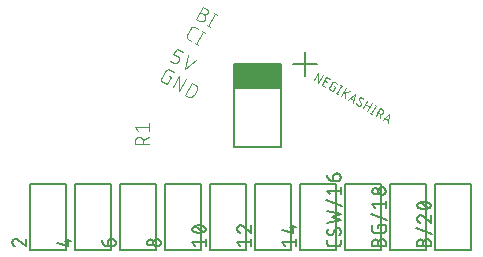
<source format=gto>
G04 EAGLE Gerber RS-274X export*
G75*
%MOMM*%
%FSLAX34Y34*%
%LPD*%
%INTop Silkscreen*%
%IPPOS*%
%AMOC8*
5,1,8,0,0,1.08239X$1,22.5*%
G01*
%ADD10C,0.076200*%
%ADD11C,0.152400*%
%ADD12C,0.127000*%
%ADD13C,0.101600*%
%ADD14R,4.000000X2.000000*%


D10*
X251115Y130982D02*
X254798Y137361D01*
X254659Y128936D01*
X258342Y135315D01*
X257886Y127073D02*
X260721Y125436D01*
X257886Y127073D02*
X261569Y133452D01*
X264404Y131815D01*
X262058Y129389D02*
X259932Y130617D01*
X267890Y126022D02*
X268953Y125408D01*
X266907Y121864D01*
X264780Y123092D01*
X264714Y123133D01*
X264649Y123177D01*
X264587Y123223D01*
X264527Y123273D01*
X264469Y123325D01*
X264414Y123380D01*
X264362Y123438D01*
X264312Y123498D01*
X264266Y123560D01*
X264222Y123625D01*
X264181Y123692D01*
X264144Y123760D01*
X264110Y123830D01*
X264079Y123902D01*
X264052Y123975D01*
X264028Y124049D01*
X264008Y124124D01*
X263992Y124200D01*
X263979Y124277D01*
X263969Y124354D01*
X263964Y124432D01*
X263962Y124510D01*
X263964Y124588D01*
X263969Y124666D01*
X263979Y124743D01*
X263992Y124820D01*
X264008Y124896D01*
X264028Y124971D01*
X264052Y125045D01*
X264079Y125118D01*
X264110Y125190D01*
X264144Y125260D01*
X264181Y125329D01*
X264181Y125328D02*
X266227Y128872D01*
X266227Y128873D02*
X266268Y128939D01*
X266312Y129004D01*
X266358Y129066D01*
X266408Y129126D01*
X266460Y129184D01*
X266515Y129239D01*
X266573Y129291D01*
X266633Y129341D01*
X266695Y129387D01*
X266760Y129431D01*
X266827Y129472D01*
X266895Y129509D01*
X266965Y129543D01*
X267037Y129574D01*
X267110Y129601D01*
X267184Y129625D01*
X267259Y129645D01*
X267335Y129661D01*
X267412Y129674D01*
X267489Y129684D01*
X267567Y129689D01*
X267645Y129691D01*
X267723Y129689D01*
X267801Y129684D01*
X267878Y129674D01*
X267955Y129661D01*
X268031Y129645D01*
X268106Y129625D01*
X268180Y129601D01*
X268253Y129574D01*
X268325Y129543D01*
X268395Y129509D01*
X268464Y129472D01*
X268463Y129471D02*
X270590Y128244D01*
X274097Y126219D02*
X270414Y119839D01*
X271123Y119430D02*
X269705Y120249D01*
X273388Y126628D02*
X274806Y125809D01*
X277706Y124135D02*
X274023Y117756D01*
X275455Y120236D02*
X281250Y122089D01*
X277691Y120836D02*
X277567Y115710D01*
X279691Y114483D02*
X285500Y119635D01*
X283944Y112028D01*
X284333Y113930D02*
X281143Y115771D01*
X288295Y109515D02*
X288366Y109477D01*
X288438Y109442D01*
X288512Y109411D01*
X288588Y109383D01*
X288664Y109359D01*
X288742Y109339D01*
X288821Y109322D01*
X288900Y109310D01*
X288980Y109301D01*
X289060Y109297D01*
X289141Y109296D01*
X289221Y109300D01*
X289301Y109307D01*
X289381Y109318D01*
X289460Y109333D01*
X289538Y109352D01*
X289615Y109374D01*
X289691Y109401D01*
X289765Y109431D01*
X289838Y109465D01*
X289909Y109502D01*
X289978Y109543D01*
X290046Y109587D01*
X290111Y109634D01*
X290173Y109685D01*
X290233Y109738D01*
X290290Y109795D01*
X290345Y109854D01*
X290396Y109915D01*
X290445Y109979D01*
X290490Y110046D01*
X290532Y110114D01*
X288295Y109515D02*
X288197Y109574D01*
X288102Y109635D01*
X288008Y109700D01*
X287917Y109768D01*
X287828Y109839D01*
X287741Y109913D01*
X287657Y109989D01*
X287575Y110068D01*
X287496Y110150D01*
X287420Y110235D01*
X287347Y110321D01*
X287276Y110411D01*
X287209Y110502D01*
X287144Y110596D01*
X287083Y110692D01*
X287024Y110789D01*
X286970Y110889D01*
X286918Y110990D01*
X286870Y111093D01*
X286825Y111198D01*
X286783Y111304D01*
X286745Y111411D01*
X286711Y111519D01*
X286680Y111629D01*
X289210Y115603D02*
X289252Y115671D01*
X289297Y115738D01*
X289346Y115802D01*
X289397Y115863D01*
X289452Y115922D01*
X289509Y115979D01*
X289569Y116032D01*
X289632Y116083D01*
X289696Y116130D01*
X289764Y116174D01*
X289833Y116215D01*
X289904Y116252D01*
X289977Y116286D01*
X290051Y116316D01*
X290127Y116343D01*
X290204Y116365D01*
X290282Y116384D01*
X290361Y116399D01*
X290441Y116410D01*
X290521Y116417D01*
X290601Y116421D01*
X290682Y116420D01*
X290762Y116416D01*
X290842Y116407D01*
X290921Y116395D01*
X291000Y116378D01*
X291077Y116358D01*
X291154Y116334D01*
X291230Y116306D01*
X291304Y116275D01*
X291376Y116240D01*
X291446Y116202D01*
X291447Y116202D02*
X291541Y116145D01*
X291633Y116085D01*
X291723Y116022D01*
X291811Y115956D01*
X291896Y115887D01*
X291978Y115814D01*
X292058Y115739D01*
X292135Y115661D01*
X292209Y115580D01*
X292281Y115497D01*
X292349Y115411D01*
X292414Y115323D01*
X292476Y115232D01*
X292535Y115139D01*
X292590Y115045D01*
X292642Y114948D01*
X292690Y114849D01*
X292735Y114749D01*
X289203Y113952D02*
X289166Y114022D01*
X289133Y114093D01*
X289102Y114165D01*
X289076Y114239D01*
X289052Y114314D01*
X289032Y114389D01*
X289016Y114466D01*
X289004Y114544D01*
X288995Y114622D01*
X288990Y114700D01*
X288988Y114778D01*
X288990Y114857D01*
X288996Y114935D01*
X289006Y115013D01*
X289019Y115090D01*
X289036Y115167D01*
X289056Y115243D01*
X289080Y115317D01*
X289108Y115391D01*
X289139Y115463D01*
X289173Y115534D01*
X289211Y115602D01*
X290540Y111765D02*
X290577Y111695D01*
X290610Y111625D01*
X290641Y111552D01*
X290667Y111478D01*
X290691Y111404D01*
X290711Y111328D01*
X290727Y111251D01*
X290739Y111173D01*
X290748Y111095D01*
X290753Y111017D01*
X290755Y110939D01*
X290753Y110860D01*
X290747Y110782D01*
X290737Y110704D01*
X290724Y110627D01*
X290707Y110550D01*
X290687Y110474D01*
X290663Y110400D01*
X290635Y110326D01*
X290604Y110254D01*
X290570Y110183D01*
X290532Y110115D01*
X290539Y111764D02*
X289203Y113953D01*
X296187Y113465D02*
X292504Y107086D01*
X294550Y110630D02*
X298094Y108583D01*
X299731Y111419D02*
X296048Y105039D01*
X299555Y103015D02*
X303238Y109394D01*
X298847Y103424D02*
X300264Y102605D01*
X303947Y108984D02*
X302530Y109803D01*
X306790Y107343D02*
X303107Y100964D01*
X306790Y107343D02*
X308562Y106320D01*
X308638Y106274D01*
X308713Y106224D01*
X308785Y106171D01*
X308854Y106115D01*
X308921Y106056D01*
X308986Y105995D01*
X309047Y105930D01*
X309106Y105863D01*
X309162Y105794D01*
X309215Y105722D01*
X309265Y105647D01*
X309311Y105571D01*
X309354Y105493D01*
X309393Y105413D01*
X309429Y105331D01*
X309462Y105248D01*
X309490Y105163D01*
X309515Y105078D01*
X309537Y104991D01*
X309554Y104903D01*
X309567Y104815D01*
X309577Y104726D01*
X309583Y104637D01*
X309585Y104548D01*
X309583Y104459D01*
X309577Y104370D01*
X309567Y104281D01*
X309554Y104193D01*
X309537Y104105D01*
X309515Y104018D01*
X309490Y103933D01*
X309462Y103848D01*
X309429Y103765D01*
X309393Y103683D01*
X309354Y103603D01*
X309311Y103525D01*
X309265Y103449D01*
X309215Y103374D01*
X309162Y103302D01*
X309106Y103233D01*
X309047Y103166D01*
X308986Y103101D01*
X308921Y103040D01*
X308854Y102981D01*
X308785Y102925D01*
X308713Y102872D01*
X308638Y102822D01*
X308562Y102776D01*
X308484Y102733D01*
X308404Y102694D01*
X308322Y102658D01*
X308239Y102625D01*
X308154Y102597D01*
X308069Y102572D01*
X307982Y102550D01*
X307894Y102533D01*
X307806Y102520D01*
X307717Y102510D01*
X307628Y102504D01*
X307539Y102502D01*
X307450Y102504D01*
X307361Y102510D01*
X307272Y102520D01*
X307184Y102533D01*
X307096Y102550D01*
X307009Y102572D01*
X306924Y102597D01*
X306839Y102625D01*
X306756Y102658D01*
X306674Y102694D01*
X306594Y102733D01*
X306516Y102776D01*
X304744Y103799D01*
X306870Y102571D02*
X306651Y98918D01*
X309043Y97537D02*
X314853Y102688D01*
X313296Y95081D01*
X313685Y96983D02*
X310496Y98824D01*
D11*
X40640Y43180D02*
X10160Y43180D01*
X10160Y-12700D01*
X40640Y-12700D01*
X40640Y43180D01*
D12*
X-1588Y-3175D02*
X-1692Y-3177D01*
X-1797Y-3183D01*
X-1901Y-3192D01*
X-2004Y-3205D01*
X-2107Y-3223D01*
X-2209Y-3243D01*
X-2311Y-3268D01*
X-2411Y-3296D01*
X-2511Y-3328D01*
X-2609Y-3364D01*
X-2706Y-3403D01*
X-2801Y-3445D01*
X-2895Y-3491D01*
X-2987Y-3541D01*
X-3077Y-3593D01*
X-3165Y-3649D01*
X-3251Y-3709D01*
X-3335Y-3771D01*
X-3416Y-3836D01*
X-3495Y-3904D01*
X-3572Y-3976D01*
X-3645Y-4049D01*
X-3717Y-4126D01*
X-3785Y-4205D01*
X-3850Y-4286D01*
X-3912Y-4370D01*
X-3972Y-4456D01*
X-4028Y-4544D01*
X-4080Y-4634D01*
X-4130Y-4726D01*
X-4176Y-4820D01*
X-4218Y-4915D01*
X-4257Y-5012D01*
X-4293Y-5110D01*
X-4325Y-5210D01*
X-4353Y-5310D01*
X-4378Y-5412D01*
X-4398Y-5514D01*
X-4416Y-5617D01*
X-4429Y-5720D01*
X-4438Y-5824D01*
X-4444Y-5929D01*
X-4446Y-6033D01*
X-4445Y-6033D02*
X-4443Y-6151D01*
X-4437Y-6270D01*
X-4428Y-6388D01*
X-4415Y-6505D01*
X-4397Y-6622D01*
X-4377Y-6739D01*
X-4352Y-6855D01*
X-4324Y-6970D01*
X-4291Y-7083D01*
X-4256Y-7196D01*
X-4216Y-7308D01*
X-4174Y-7418D01*
X-4127Y-7527D01*
X-4077Y-7635D01*
X-4024Y-7740D01*
X-3967Y-7844D01*
X-3907Y-7946D01*
X-3844Y-8046D01*
X-3777Y-8144D01*
X-3708Y-8240D01*
X-3635Y-8333D01*
X-3559Y-8424D01*
X-3481Y-8513D01*
X-3399Y-8599D01*
X-3315Y-8682D01*
X-3229Y-8763D01*
X-3139Y-8840D01*
X-3048Y-8915D01*
X-2954Y-8987D01*
X-2857Y-9056D01*
X-2759Y-9121D01*
X-2658Y-9184D01*
X-2555Y-9243D01*
X-2451Y-9299D01*
X-2345Y-9351D01*
X-2237Y-9400D01*
X-2128Y-9445D01*
X-2017Y-9487D01*
X-1905Y-9525D01*
X634Y-4127D02*
X559Y-4051D01*
X480Y-3976D01*
X399Y-3905D01*
X315Y-3836D01*
X229Y-3771D01*
X141Y-3709D01*
X51Y-3649D01*
X-41Y-3593D01*
X-136Y-3540D01*
X-232Y-3491D01*
X-330Y-3445D01*
X-429Y-3402D01*
X-530Y-3363D01*
X-632Y-3328D01*
X-735Y-3296D01*
X-839Y-3268D01*
X-944Y-3243D01*
X-1051Y-3222D01*
X-1157Y-3205D01*
X-1264Y-3192D01*
X-1372Y-3183D01*
X-1480Y-3177D01*
X-1588Y-3175D01*
X635Y-4128D02*
X6985Y-9525D01*
X6985Y-3175D01*
D11*
X48260Y43180D02*
X78740Y43180D01*
X48260Y43180D02*
X48260Y-12700D01*
X78740Y-12700D01*
X78740Y43180D01*
D12*
X42545Y-9525D02*
X33655Y-6985D01*
X42545Y-9525D02*
X42545Y-3175D01*
X40005Y-5080D02*
X45085Y-5080D01*
D11*
X86360Y43180D02*
X116840Y43180D01*
X86360Y43180D02*
X86360Y-12700D01*
X116840Y-12700D01*
X116840Y43180D01*
D12*
X76835Y-5715D02*
X76835Y-9525D01*
X76835Y-5715D02*
X76837Y-5615D01*
X76843Y-5516D01*
X76853Y-5416D01*
X76866Y-5318D01*
X76884Y-5219D01*
X76905Y-5122D01*
X76930Y-5026D01*
X76959Y-4930D01*
X76992Y-4836D01*
X77028Y-4743D01*
X77068Y-4652D01*
X77112Y-4562D01*
X77159Y-4474D01*
X77209Y-4388D01*
X77263Y-4304D01*
X77320Y-4222D01*
X77380Y-4143D01*
X77444Y-4065D01*
X77510Y-3991D01*
X77579Y-3919D01*
X77651Y-3850D01*
X77725Y-3784D01*
X77803Y-3720D01*
X77882Y-3660D01*
X77964Y-3603D01*
X78048Y-3549D01*
X78134Y-3499D01*
X78222Y-3452D01*
X78312Y-3408D01*
X78403Y-3368D01*
X78496Y-3332D01*
X78590Y-3299D01*
X78686Y-3270D01*
X78782Y-3245D01*
X78879Y-3224D01*
X78978Y-3206D01*
X79076Y-3193D01*
X79176Y-3183D01*
X79275Y-3177D01*
X79375Y-3175D01*
X80010Y-3175D01*
X80121Y-3177D01*
X80231Y-3183D01*
X80342Y-3192D01*
X80452Y-3206D01*
X80561Y-3223D01*
X80670Y-3244D01*
X80778Y-3269D01*
X80885Y-3298D01*
X80991Y-3330D01*
X81096Y-3366D01*
X81199Y-3406D01*
X81301Y-3449D01*
X81402Y-3496D01*
X81501Y-3547D01*
X81598Y-3600D01*
X81692Y-3657D01*
X81785Y-3718D01*
X81876Y-3781D01*
X81965Y-3848D01*
X82051Y-3918D01*
X82134Y-3991D01*
X82216Y-4066D01*
X82294Y-4144D01*
X82369Y-4226D01*
X82442Y-4309D01*
X82512Y-4395D01*
X82579Y-4484D01*
X82642Y-4575D01*
X82703Y-4668D01*
X82760Y-4763D01*
X82813Y-4859D01*
X82864Y-4958D01*
X82911Y-5059D01*
X82954Y-5161D01*
X82994Y-5264D01*
X83030Y-5369D01*
X83062Y-5475D01*
X83091Y-5582D01*
X83116Y-5690D01*
X83137Y-5799D01*
X83154Y-5908D01*
X83168Y-6018D01*
X83177Y-6129D01*
X83183Y-6239D01*
X83185Y-6350D01*
X83183Y-6461D01*
X83177Y-6571D01*
X83168Y-6682D01*
X83154Y-6792D01*
X83137Y-6901D01*
X83116Y-7010D01*
X83091Y-7118D01*
X83062Y-7225D01*
X83030Y-7331D01*
X82994Y-7436D01*
X82954Y-7539D01*
X82911Y-7641D01*
X82864Y-7742D01*
X82813Y-7841D01*
X82760Y-7938D01*
X82703Y-8032D01*
X82642Y-8125D01*
X82579Y-8216D01*
X82512Y-8305D01*
X82442Y-8391D01*
X82369Y-8474D01*
X82294Y-8556D01*
X82216Y-8634D01*
X82134Y-8709D01*
X82051Y-8782D01*
X81965Y-8852D01*
X81876Y-8919D01*
X81785Y-8982D01*
X81692Y-9043D01*
X81597Y-9100D01*
X81501Y-9153D01*
X81402Y-9204D01*
X81301Y-9251D01*
X81199Y-9294D01*
X81096Y-9334D01*
X80991Y-9370D01*
X80885Y-9402D01*
X80778Y-9431D01*
X80670Y-9456D01*
X80561Y-9477D01*
X80452Y-9494D01*
X80342Y-9508D01*
X80231Y-9517D01*
X80121Y-9523D01*
X80010Y-9525D01*
X76835Y-9525D01*
X76695Y-9523D01*
X76555Y-9517D01*
X76415Y-9508D01*
X76276Y-9494D01*
X76137Y-9477D01*
X75999Y-9456D01*
X75861Y-9431D01*
X75724Y-9402D01*
X75588Y-9370D01*
X75453Y-9333D01*
X75319Y-9293D01*
X75186Y-9250D01*
X75054Y-9202D01*
X74923Y-9152D01*
X74794Y-9097D01*
X74667Y-9039D01*
X74541Y-8978D01*
X74417Y-8913D01*
X74295Y-8844D01*
X74175Y-8773D01*
X74057Y-8698D01*
X73940Y-8620D01*
X73826Y-8538D01*
X73715Y-8454D01*
X73606Y-8366D01*
X73499Y-8276D01*
X73394Y-8182D01*
X73293Y-8086D01*
X73194Y-7987D01*
X73098Y-7886D01*
X73004Y-7781D01*
X72914Y-7674D01*
X72826Y-7565D01*
X72742Y-7454D01*
X72660Y-7340D01*
X72582Y-7223D01*
X72507Y-7105D01*
X72436Y-6985D01*
X72367Y-6863D01*
X72302Y-6739D01*
X72241Y-6613D01*
X72183Y-6486D01*
X72128Y-6357D01*
X72078Y-6226D01*
X72030Y-6094D01*
X71987Y-5961D01*
X71947Y-5827D01*
X71910Y-5692D01*
X71878Y-5556D01*
X71849Y-5419D01*
X71824Y-5281D01*
X71803Y-5143D01*
X71786Y-5004D01*
X71772Y-4865D01*
X71763Y-4725D01*
X71757Y-4585D01*
X71755Y-4445D01*
D11*
X124460Y43180D02*
X154940Y43180D01*
X124460Y43180D02*
X124460Y-12700D01*
X154940Y-12700D01*
X154940Y43180D01*
D12*
X118110Y-3175D02*
X117999Y-3177D01*
X117889Y-3183D01*
X117778Y-3192D01*
X117668Y-3206D01*
X117559Y-3223D01*
X117450Y-3244D01*
X117342Y-3269D01*
X117235Y-3298D01*
X117129Y-3330D01*
X117024Y-3366D01*
X116921Y-3406D01*
X116819Y-3449D01*
X116718Y-3496D01*
X116619Y-3547D01*
X116523Y-3600D01*
X116428Y-3657D01*
X116335Y-3718D01*
X116244Y-3781D01*
X116155Y-3848D01*
X116069Y-3918D01*
X115986Y-3991D01*
X115904Y-4066D01*
X115826Y-4144D01*
X115751Y-4226D01*
X115678Y-4309D01*
X115608Y-4395D01*
X115541Y-4484D01*
X115478Y-4575D01*
X115417Y-4668D01*
X115360Y-4763D01*
X115307Y-4859D01*
X115256Y-4958D01*
X115209Y-5059D01*
X115166Y-5161D01*
X115126Y-5264D01*
X115090Y-5369D01*
X115058Y-5475D01*
X115029Y-5582D01*
X115004Y-5690D01*
X114983Y-5799D01*
X114966Y-5908D01*
X114952Y-6018D01*
X114943Y-6129D01*
X114937Y-6239D01*
X114935Y-6350D01*
X114937Y-6461D01*
X114943Y-6571D01*
X114952Y-6682D01*
X114966Y-6792D01*
X114983Y-6901D01*
X115004Y-7010D01*
X115029Y-7118D01*
X115058Y-7225D01*
X115090Y-7331D01*
X115126Y-7436D01*
X115166Y-7539D01*
X115209Y-7641D01*
X115256Y-7742D01*
X115307Y-7841D01*
X115360Y-7938D01*
X115417Y-8032D01*
X115478Y-8125D01*
X115541Y-8216D01*
X115608Y-8305D01*
X115678Y-8391D01*
X115751Y-8474D01*
X115826Y-8556D01*
X115904Y-8634D01*
X115986Y-8709D01*
X116069Y-8782D01*
X116155Y-8852D01*
X116244Y-8919D01*
X116335Y-8982D01*
X116428Y-9043D01*
X116523Y-9100D01*
X116619Y-9153D01*
X116718Y-9204D01*
X116819Y-9251D01*
X116921Y-9294D01*
X117024Y-9334D01*
X117129Y-9370D01*
X117235Y-9402D01*
X117342Y-9431D01*
X117450Y-9456D01*
X117559Y-9477D01*
X117668Y-9494D01*
X117778Y-9508D01*
X117889Y-9517D01*
X117999Y-9523D01*
X118110Y-9525D01*
X118221Y-9523D01*
X118331Y-9517D01*
X118442Y-9508D01*
X118552Y-9494D01*
X118661Y-9477D01*
X118770Y-9456D01*
X118878Y-9431D01*
X118985Y-9402D01*
X119091Y-9370D01*
X119196Y-9334D01*
X119299Y-9294D01*
X119401Y-9251D01*
X119502Y-9204D01*
X119601Y-9153D01*
X119697Y-9100D01*
X119792Y-9043D01*
X119885Y-8982D01*
X119976Y-8919D01*
X120065Y-8852D01*
X120151Y-8782D01*
X120234Y-8709D01*
X120316Y-8634D01*
X120394Y-8556D01*
X120469Y-8474D01*
X120542Y-8391D01*
X120612Y-8305D01*
X120679Y-8216D01*
X120742Y-8125D01*
X120803Y-8032D01*
X120860Y-7938D01*
X120913Y-7841D01*
X120964Y-7742D01*
X121011Y-7641D01*
X121054Y-7539D01*
X121094Y-7436D01*
X121130Y-7331D01*
X121162Y-7225D01*
X121191Y-7118D01*
X121216Y-7010D01*
X121237Y-6901D01*
X121254Y-6792D01*
X121268Y-6682D01*
X121277Y-6571D01*
X121283Y-6461D01*
X121285Y-6350D01*
X121283Y-6239D01*
X121277Y-6129D01*
X121268Y-6018D01*
X121254Y-5908D01*
X121237Y-5799D01*
X121216Y-5690D01*
X121191Y-5582D01*
X121162Y-5475D01*
X121130Y-5369D01*
X121094Y-5264D01*
X121054Y-5161D01*
X121011Y-5059D01*
X120964Y-4958D01*
X120913Y-4859D01*
X120860Y-4763D01*
X120803Y-4668D01*
X120742Y-4575D01*
X120679Y-4484D01*
X120612Y-4395D01*
X120542Y-4309D01*
X120469Y-4226D01*
X120394Y-4144D01*
X120316Y-4066D01*
X120234Y-3991D01*
X120151Y-3918D01*
X120065Y-3848D01*
X119976Y-3781D01*
X119885Y-3718D01*
X119792Y-3657D01*
X119698Y-3600D01*
X119601Y-3547D01*
X119502Y-3496D01*
X119401Y-3449D01*
X119299Y-3406D01*
X119196Y-3366D01*
X119091Y-3330D01*
X118985Y-3298D01*
X118878Y-3269D01*
X118770Y-3244D01*
X118661Y-3223D01*
X118552Y-3206D01*
X118442Y-3192D01*
X118331Y-3183D01*
X118221Y-3177D01*
X118110Y-3175D01*
X112395Y-3810D02*
X112295Y-3812D01*
X112196Y-3818D01*
X112096Y-3828D01*
X111998Y-3841D01*
X111899Y-3859D01*
X111802Y-3880D01*
X111706Y-3905D01*
X111610Y-3934D01*
X111516Y-3967D01*
X111423Y-4003D01*
X111332Y-4043D01*
X111242Y-4087D01*
X111154Y-4134D01*
X111068Y-4184D01*
X110984Y-4238D01*
X110902Y-4295D01*
X110823Y-4355D01*
X110745Y-4419D01*
X110671Y-4485D01*
X110599Y-4554D01*
X110530Y-4626D01*
X110464Y-4700D01*
X110400Y-4778D01*
X110340Y-4857D01*
X110283Y-4939D01*
X110229Y-5023D01*
X110179Y-5109D01*
X110132Y-5197D01*
X110088Y-5287D01*
X110048Y-5378D01*
X110012Y-5471D01*
X109979Y-5565D01*
X109950Y-5661D01*
X109925Y-5757D01*
X109904Y-5854D01*
X109886Y-5953D01*
X109873Y-6051D01*
X109863Y-6151D01*
X109857Y-6250D01*
X109855Y-6350D01*
X109857Y-6450D01*
X109863Y-6549D01*
X109873Y-6649D01*
X109886Y-6747D01*
X109904Y-6846D01*
X109925Y-6943D01*
X109950Y-7039D01*
X109979Y-7135D01*
X110012Y-7229D01*
X110048Y-7322D01*
X110088Y-7413D01*
X110132Y-7503D01*
X110179Y-7591D01*
X110229Y-7677D01*
X110283Y-7761D01*
X110340Y-7843D01*
X110400Y-7922D01*
X110464Y-8000D01*
X110530Y-8074D01*
X110599Y-8146D01*
X110671Y-8215D01*
X110745Y-8281D01*
X110823Y-8345D01*
X110902Y-8405D01*
X110984Y-8462D01*
X111068Y-8516D01*
X111154Y-8566D01*
X111242Y-8613D01*
X111332Y-8657D01*
X111423Y-8697D01*
X111516Y-8733D01*
X111610Y-8766D01*
X111706Y-8795D01*
X111802Y-8820D01*
X111899Y-8841D01*
X111998Y-8859D01*
X112096Y-8872D01*
X112196Y-8882D01*
X112295Y-8888D01*
X112395Y-8890D01*
X112495Y-8888D01*
X112594Y-8882D01*
X112694Y-8872D01*
X112792Y-8859D01*
X112891Y-8841D01*
X112988Y-8820D01*
X113084Y-8795D01*
X113180Y-8766D01*
X113274Y-8733D01*
X113367Y-8697D01*
X113458Y-8657D01*
X113548Y-8613D01*
X113636Y-8566D01*
X113722Y-8516D01*
X113806Y-8462D01*
X113888Y-8405D01*
X113967Y-8345D01*
X114045Y-8281D01*
X114119Y-8215D01*
X114191Y-8146D01*
X114260Y-8074D01*
X114326Y-8000D01*
X114390Y-7922D01*
X114450Y-7843D01*
X114507Y-7761D01*
X114561Y-7677D01*
X114611Y-7591D01*
X114658Y-7503D01*
X114702Y-7413D01*
X114742Y-7322D01*
X114778Y-7229D01*
X114811Y-7135D01*
X114840Y-7039D01*
X114865Y-6943D01*
X114886Y-6846D01*
X114904Y-6747D01*
X114917Y-6649D01*
X114927Y-6549D01*
X114933Y-6450D01*
X114935Y-6350D01*
X114933Y-6250D01*
X114927Y-6151D01*
X114917Y-6051D01*
X114904Y-5953D01*
X114886Y-5854D01*
X114865Y-5757D01*
X114840Y-5661D01*
X114811Y-5565D01*
X114778Y-5471D01*
X114742Y-5378D01*
X114702Y-5287D01*
X114658Y-5197D01*
X114611Y-5109D01*
X114561Y-5023D01*
X114507Y-4939D01*
X114450Y-4857D01*
X114390Y-4778D01*
X114326Y-4700D01*
X114260Y-4626D01*
X114191Y-4554D01*
X114119Y-4485D01*
X114045Y-4419D01*
X113967Y-4355D01*
X113888Y-4295D01*
X113806Y-4238D01*
X113722Y-4184D01*
X113636Y-4134D01*
X113548Y-4087D01*
X113458Y-4043D01*
X113367Y-4003D01*
X113274Y-3967D01*
X113180Y-3934D01*
X113084Y-3905D01*
X112988Y-3880D01*
X112891Y-3859D01*
X112792Y-3841D01*
X112694Y-3828D01*
X112594Y-3818D01*
X112495Y-3812D01*
X112395Y-3810D01*
D11*
X162560Y43180D02*
X193040Y43180D01*
X162560Y43180D02*
X162560Y-12700D01*
X193040Y-12700D01*
X193040Y43180D01*
D12*
X147955Y-6350D02*
X150495Y-9525D01*
X147955Y-6350D02*
X159385Y-6350D01*
X159385Y-9525D02*
X159385Y-3175D01*
X153670Y1905D02*
X153445Y1908D01*
X153220Y1916D01*
X152996Y1929D01*
X152772Y1948D01*
X152548Y1972D01*
X152325Y2001D01*
X152103Y2036D01*
X151882Y2076D01*
X151662Y2122D01*
X151443Y2172D01*
X151225Y2228D01*
X151008Y2289D01*
X150793Y2355D01*
X150580Y2426D01*
X150369Y2503D01*
X150159Y2584D01*
X149951Y2670D01*
X149746Y2761D01*
X149543Y2857D01*
X149455Y2889D01*
X149368Y2925D01*
X149282Y2964D01*
X149198Y3007D01*
X149116Y3053D01*
X149036Y3102D01*
X148958Y3154D01*
X148882Y3210D01*
X148808Y3268D01*
X148737Y3330D01*
X148668Y3394D01*
X148602Y3461D01*
X148539Y3530D01*
X148478Y3602D01*
X148420Y3676D01*
X148366Y3753D01*
X148314Y3831D01*
X148266Y3912D01*
X148221Y3994D01*
X148179Y4079D01*
X148141Y4165D01*
X148106Y4252D01*
X148074Y4340D01*
X148047Y4430D01*
X148022Y4521D01*
X148002Y4613D01*
X147985Y4705D01*
X147972Y4799D01*
X147963Y4892D01*
X147957Y4986D01*
X147955Y5080D01*
X147957Y5174D01*
X147963Y5268D01*
X147972Y5361D01*
X147985Y5455D01*
X148002Y5547D01*
X148022Y5639D01*
X148047Y5730D01*
X148074Y5820D01*
X148106Y5908D01*
X148141Y5995D01*
X148179Y6081D01*
X148221Y6166D01*
X148266Y6248D01*
X148314Y6329D01*
X148366Y6407D01*
X148420Y6484D01*
X148478Y6558D01*
X148539Y6630D01*
X148602Y6699D01*
X148668Y6766D01*
X148737Y6830D01*
X148808Y6892D01*
X148882Y6950D01*
X148958Y7006D01*
X149036Y7058D01*
X149116Y7107D01*
X149198Y7153D01*
X149282Y7196D01*
X149368Y7235D01*
X149455Y7271D01*
X149543Y7303D01*
X149746Y7399D01*
X149951Y7490D01*
X150159Y7576D01*
X150369Y7657D01*
X150580Y7734D01*
X150793Y7805D01*
X151008Y7871D01*
X151225Y7932D01*
X151443Y7988D01*
X151662Y8038D01*
X151882Y8084D01*
X152103Y8124D01*
X152325Y8159D01*
X152548Y8188D01*
X152772Y8212D01*
X152996Y8231D01*
X153220Y8244D01*
X153445Y8252D01*
X153670Y8255D01*
X153670Y1905D02*
X153895Y1908D01*
X154120Y1916D01*
X154344Y1929D01*
X154568Y1948D01*
X154792Y1972D01*
X155015Y2001D01*
X155237Y2036D01*
X155458Y2076D01*
X155678Y2122D01*
X155897Y2172D01*
X156115Y2228D01*
X156332Y2289D01*
X156547Y2355D01*
X156760Y2426D01*
X156971Y2503D01*
X157181Y2584D01*
X157389Y2670D01*
X157594Y2761D01*
X157797Y2857D01*
X157798Y2857D02*
X157886Y2889D01*
X157973Y2925D01*
X158059Y2964D01*
X158143Y3007D01*
X158225Y3053D01*
X158305Y3102D01*
X158383Y3154D01*
X158459Y3210D01*
X158533Y3268D01*
X158604Y3330D01*
X158673Y3394D01*
X158739Y3461D01*
X158802Y3530D01*
X158863Y3602D01*
X158921Y3676D01*
X158975Y3753D01*
X159027Y3831D01*
X159075Y3912D01*
X159120Y3994D01*
X159162Y4079D01*
X159200Y4165D01*
X159235Y4252D01*
X159267Y4340D01*
X159294Y4430D01*
X159319Y4521D01*
X159339Y4613D01*
X159356Y4705D01*
X159369Y4799D01*
X159378Y4892D01*
X159384Y4986D01*
X159386Y5080D01*
X157797Y7303D02*
X157594Y7399D01*
X157389Y7490D01*
X157181Y7576D01*
X156971Y7657D01*
X156760Y7734D01*
X156547Y7805D01*
X156332Y7871D01*
X156115Y7932D01*
X155897Y7988D01*
X155678Y8038D01*
X155458Y8084D01*
X155237Y8124D01*
X155015Y8159D01*
X154792Y8188D01*
X154568Y8212D01*
X154344Y8231D01*
X154120Y8244D01*
X153895Y8252D01*
X153670Y8255D01*
X157798Y7303D02*
X157886Y7271D01*
X157973Y7235D01*
X158059Y7196D01*
X158143Y7153D01*
X158225Y7107D01*
X158305Y7058D01*
X158383Y7006D01*
X158459Y6950D01*
X158533Y6892D01*
X158604Y6830D01*
X158673Y6766D01*
X158739Y6699D01*
X158802Y6630D01*
X158863Y6558D01*
X158921Y6484D01*
X158975Y6407D01*
X159027Y6329D01*
X159075Y6248D01*
X159120Y6166D01*
X159162Y6081D01*
X159200Y5995D01*
X159235Y5908D01*
X159267Y5820D01*
X159294Y5730D01*
X159319Y5639D01*
X159339Y5547D01*
X159356Y5455D01*
X159369Y5361D01*
X159378Y5268D01*
X159384Y5174D01*
X159386Y5080D01*
X156845Y2540D02*
X150495Y7620D01*
D11*
X200660Y43180D02*
X231140Y43180D01*
X200660Y43180D02*
X200660Y-12700D01*
X231140Y-12700D01*
X231140Y43180D01*
D12*
X186055Y-6350D02*
X188595Y-9525D01*
X186055Y-6350D02*
X197485Y-6350D01*
X197485Y-9525D02*
X197485Y-3175D01*
X186055Y5398D02*
X186057Y5502D01*
X186063Y5607D01*
X186072Y5711D01*
X186085Y5814D01*
X186103Y5917D01*
X186123Y6019D01*
X186148Y6121D01*
X186176Y6221D01*
X186208Y6321D01*
X186244Y6419D01*
X186283Y6516D01*
X186325Y6611D01*
X186371Y6705D01*
X186421Y6797D01*
X186473Y6887D01*
X186529Y6975D01*
X186589Y7061D01*
X186651Y7145D01*
X186716Y7226D01*
X186784Y7305D01*
X186856Y7382D01*
X186929Y7455D01*
X187006Y7527D01*
X187085Y7595D01*
X187166Y7660D01*
X187250Y7722D01*
X187336Y7782D01*
X187424Y7838D01*
X187514Y7890D01*
X187606Y7940D01*
X187700Y7986D01*
X187795Y8028D01*
X187892Y8067D01*
X187990Y8103D01*
X188090Y8135D01*
X188190Y8163D01*
X188292Y8188D01*
X188394Y8208D01*
X188497Y8226D01*
X188600Y8239D01*
X188704Y8248D01*
X188809Y8254D01*
X188913Y8256D01*
X186055Y5398D02*
X186057Y5280D01*
X186063Y5161D01*
X186072Y5043D01*
X186085Y4926D01*
X186103Y4809D01*
X186123Y4692D01*
X186148Y4576D01*
X186176Y4461D01*
X186209Y4348D01*
X186244Y4235D01*
X186284Y4123D01*
X186326Y4013D01*
X186373Y3904D01*
X186423Y3796D01*
X186476Y3691D01*
X186533Y3587D01*
X186593Y3485D01*
X186656Y3385D01*
X186723Y3287D01*
X186792Y3191D01*
X186865Y3098D01*
X186941Y3007D01*
X187019Y2918D01*
X187101Y2832D01*
X187185Y2749D01*
X187271Y2668D01*
X187361Y2591D01*
X187452Y2516D01*
X187546Y2444D01*
X187643Y2375D01*
X187741Y2310D01*
X187842Y2247D01*
X187945Y2188D01*
X188049Y2132D01*
X188155Y2080D01*
X188263Y2031D01*
X188372Y1986D01*
X188483Y1944D01*
X188595Y1906D01*
X191135Y7303D02*
X191060Y7379D01*
X190981Y7454D01*
X190900Y7525D01*
X190816Y7594D01*
X190730Y7659D01*
X190642Y7721D01*
X190552Y7781D01*
X190460Y7837D01*
X190365Y7890D01*
X190269Y7939D01*
X190171Y7985D01*
X190072Y8028D01*
X189971Y8067D01*
X189869Y8102D01*
X189766Y8134D01*
X189662Y8162D01*
X189557Y8187D01*
X189450Y8208D01*
X189344Y8225D01*
X189237Y8238D01*
X189129Y8247D01*
X189021Y8253D01*
X188913Y8255D01*
X191135Y7303D02*
X197485Y1905D01*
X197485Y8255D01*
D11*
X238760Y43180D02*
X269240Y43180D01*
X238760Y43180D02*
X238760Y-12700D01*
X269240Y-12700D01*
X269240Y43180D01*
D12*
X224155Y-6350D02*
X226695Y-9525D01*
X224155Y-6350D02*
X235585Y-6350D01*
X235585Y-9525D02*
X235585Y-3175D01*
X233045Y1905D02*
X224155Y4445D01*
X233045Y1905D02*
X233045Y8255D01*
X230505Y6350D02*
X235585Y6350D01*
D11*
X276860Y43180D02*
X307340Y43180D01*
X276860Y43180D02*
X276860Y-12700D01*
X307340Y-12700D01*
X307340Y43180D01*
D12*
X273685Y-4445D02*
X273685Y-6985D01*
X273683Y-7085D01*
X273677Y-7184D01*
X273667Y-7284D01*
X273654Y-7382D01*
X273636Y-7481D01*
X273615Y-7578D01*
X273590Y-7674D01*
X273561Y-7770D01*
X273528Y-7864D01*
X273492Y-7957D01*
X273452Y-8048D01*
X273408Y-8138D01*
X273361Y-8226D01*
X273311Y-8312D01*
X273257Y-8396D01*
X273200Y-8478D01*
X273140Y-8557D01*
X273076Y-8635D01*
X273010Y-8709D01*
X272941Y-8781D01*
X272869Y-8850D01*
X272795Y-8916D01*
X272717Y-8980D01*
X272638Y-9040D01*
X272556Y-9097D01*
X272472Y-9151D01*
X272386Y-9201D01*
X272298Y-9248D01*
X272208Y-9292D01*
X272117Y-9332D01*
X272024Y-9368D01*
X271930Y-9401D01*
X271834Y-9430D01*
X271738Y-9455D01*
X271641Y-9476D01*
X271542Y-9494D01*
X271444Y-9507D01*
X271344Y-9517D01*
X271245Y-9523D01*
X271145Y-9525D01*
X264795Y-9525D01*
X264695Y-9523D01*
X264596Y-9517D01*
X264496Y-9507D01*
X264398Y-9494D01*
X264299Y-9476D01*
X264202Y-9455D01*
X264106Y-9430D01*
X264010Y-9401D01*
X263916Y-9368D01*
X263823Y-9332D01*
X263732Y-9292D01*
X263642Y-9248D01*
X263554Y-9201D01*
X263468Y-9151D01*
X263384Y-9097D01*
X263302Y-9040D01*
X263223Y-8980D01*
X263145Y-8916D01*
X263071Y-8850D01*
X262999Y-8781D01*
X262930Y-8709D01*
X262864Y-8635D01*
X262800Y-8557D01*
X262740Y-8478D01*
X262683Y-8396D01*
X262629Y-8312D01*
X262579Y-8226D01*
X262532Y-8138D01*
X262488Y-8048D01*
X262448Y-7957D01*
X262412Y-7864D01*
X262379Y-7770D01*
X262350Y-7674D01*
X262325Y-7578D01*
X262304Y-7481D01*
X262286Y-7382D01*
X262273Y-7284D01*
X262263Y-7184D01*
X262257Y-7085D01*
X262255Y-6985D01*
X262255Y-4445D01*
X271145Y6006D02*
X271245Y6004D01*
X271344Y5998D01*
X271444Y5988D01*
X271542Y5975D01*
X271641Y5957D01*
X271738Y5936D01*
X271834Y5911D01*
X271930Y5882D01*
X272024Y5849D01*
X272117Y5813D01*
X272208Y5773D01*
X272298Y5729D01*
X272386Y5682D01*
X272472Y5632D01*
X272556Y5578D01*
X272638Y5521D01*
X272717Y5461D01*
X272795Y5397D01*
X272869Y5331D01*
X272941Y5262D01*
X273010Y5190D01*
X273076Y5116D01*
X273140Y5038D01*
X273200Y4959D01*
X273257Y4877D01*
X273311Y4793D01*
X273361Y4707D01*
X273408Y4619D01*
X273452Y4529D01*
X273492Y4438D01*
X273528Y4345D01*
X273561Y4251D01*
X273590Y4155D01*
X273615Y4059D01*
X273636Y3962D01*
X273654Y3863D01*
X273667Y3765D01*
X273677Y3665D01*
X273683Y3566D01*
X273685Y3466D01*
X273683Y3325D01*
X273678Y3184D01*
X273668Y3043D01*
X273655Y2902D01*
X273639Y2762D01*
X273618Y2622D01*
X273594Y2483D01*
X273566Y2344D01*
X273535Y2207D01*
X273500Y2070D01*
X273462Y1934D01*
X273420Y1799D01*
X273374Y1666D01*
X273325Y1533D01*
X273272Y1402D01*
X273216Y1273D01*
X273157Y1144D01*
X273094Y1018D01*
X273028Y893D01*
X272959Y770D01*
X272886Y649D01*
X272810Y530D01*
X272731Y412D01*
X272650Y297D01*
X272565Y185D01*
X272477Y74D01*
X272386Y-34D01*
X272293Y-140D01*
X272196Y-243D01*
X272097Y-344D01*
X264795Y-26D02*
X264695Y-24D01*
X264596Y-18D01*
X264496Y-8D01*
X264398Y5D01*
X264299Y23D01*
X264202Y44D01*
X264106Y69D01*
X264010Y98D01*
X263916Y131D01*
X263823Y167D01*
X263732Y207D01*
X263642Y251D01*
X263554Y298D01*
X263468Y348D01*
X263384Y402D01*
X263302Y459D01*
X263223Y519D01*
X263145Y583D01*
X263071Y649D01*
X262999Y718D01*
X262930Y790D01*
X262864Y864D01*
X262800Y942D01*
X262740Y1021D01*
X262683Y1103D01*
X262629Y1187D01*
X262579Y1273D01*
X262532Y1361D01*
X262488Y1451D01*
X262448Y1542D01*
X262412Y1635D01*
X262379Y1729D01*
X262350Y1825D01*
X262325Y1921D01*
X262304Y2018D01*
X262286Y2117D01*
X262273Y2215D01*
X262263Y2315D01*
X262257Y2414D01*
X262255Y2514D01*
X262257Y2647D01*
X262262Y2780D01*
X262272Y2913D01*
X262285Y3046D01*
X262302Y3178D01*
X262322Y3310D01*
X262346Y3441D01*
X262374Y3571D01*
X262405Y3701D01*
X262440Y3829D01*
X262479Y3957D01*
X262521Y4083D01*
X262567Y4208D01*
X262616Y4332D01*
X262668Y4455D01*
X262724Y4576D01*
X262784Y4695D01*
X262846Y4813D01*
X262912Y4928D01*
X262981Y5042D01*
X263054Y5154D01*
X263129Y5264D01*
X263208Y5372D01*
X267018Y1244D02*
X266966Y1160D01*
X266911Y1077D01*
X266852Y997D01*
X266791Y919D01*
X266727Y844D01*
X266659Y771D01*
X266589Y700D01*
X266517Y633D01*
X266442Y568D01*
X266364Y506D01*
X266284Y447D01*
X266202Y391D01*
X266118Y339D01*
X266032Y290D01*
X265944Y244D01*
X265854Y201D01*
X265763Y162D01*
X265670Y127D01*
X265576Y95D01*
X265481Y67D01*
X265385Y42D01*
X265288Y22D01*
X265190Y4D01*
X265092Y-9D01*
X264993Y-18D01*
X264894Y-24D01*
X264795Y-26D01*
X268922Y4737D02*
X268974Y4821D01*
X269029Y4904D01*
X269088Y4984D01*
X269149Y5062D01*
X269213Y5137D01*
X269281Y5210D01*
X269351Y5281D01*
X269423Y5348D01*
X269498Y5413D01*
X269576Y5475D01*
X269656Y5534D01*
X269738Y5590D01*
X269822Y5642D01*
X269908Y5691D01*
X269996Y5737D01*
X270086Y5780D01*
X270177Y5819D01*
X270270Y5854D01*
X270364Y5886D01*
X270459Y5914D01*
X270555Y5939D01*
X270652Y5959D01*
X270750Y5977D01*
X270848Y5990D01*
X270947Y5999D01*
X271046Y6005D01*
X271145Y6007D01*
X268923Y4736D02*
X267018Y1244D01*
X262255Y10324D02*
X273685Y12864D01*
X266065Y15404D01*
X273685Y17944D01*
X262255Y20484D01*
X260985Y29755D02*
X274955Y24675D01*
X264795Y34327D02*
X262255Y37502D01*
X273685Y37502D01*
X273685Y34327D02*
X273685Y40677D01*
X267335Y45757D02*
X267335Y49567D01*
X267337Y49667D01*
X267343Y49766D01*
X267353Y49866D01*
X267366Y49964D01*
X267384Y50063D01*
X267405Y50160D01*
X267430Y50256D01*
X267459Y50352D01*
X267492Y50446D01*
X267528Y50539D01*
X267568Y50630D01*
X267612Y50720D01*
X267659Y50808D01*
X267709Y50894D01*
X267763Y50978D01*
X267820Y51060D01*
X267880Y51139D01*
X267944Y51217D01*
X268010Y51291D01*
X268079Y51363D01*
X268151Y51432D01*
X268225Y51498D01*
X268303Y51562D01*
X268382Y51622D01*
X268464Y51679D01*
X268548Y51733D01*
X268634Y51783D01*
X268722Y51830D01*
X268812Y51874D01*
X268903Y51914D01*
X268996Y51950D01*
X269090Y51983D01*
X269186Y52012D01*
X269282Y52037D01*
X269379Y52058D01*
X269478Y52076D01*
X269576Y52089D01*
X269676Y52099D01*
X269775Y52105D01*
X269875Y52107D01*
X270510Y52107D01*
X270621Y52105D01*
X270731Y52099D01*
X270842Y52090D01*
X270952Y52076D01*
X271061Y52059D01*
X271170Y52038D01*
X271278Y52013D01*
X271385Y51984D01*
X271491Y51952D01*
X271596Y51916D01*
X271699Y51876D01*
X271801Y51833D01*
X271902Y51786D01*
X272001Y51735D01*
X272098Y51682D01*
X272192Y51625D01*
X272285Y51564D01*
X272376Y51501D01*
X272465Y51434D01*
X272551Y51364D01*
X272634Y51291D01*
X272716Y51216D01*
X272794Y51138D01*
X272869Y51056D01*
X272942Y50973D01*
X273012Y50887D01*
X273079Y50798D01*
X273142Y50707D01*
X273203Y50614D01*
X273260Y50519D01*
X273313Y50423D01*
X273364Y50324D01*
X273411Y50223D01*
X273454Y50121D01*
X273494Y50018D01*
X273530Y49913D01*
X273562Y49807D01*
X273591Y49700D01*
X273616Y49592D01*
X273637Y49483D01*
X273654Y49374D01*
X273668Y49264D01*
X273677Y49153D01*
X273683Y49043D01*
X273685Y48932D01*
X273683Y48821D01*
X273677Y48711D01*
X273668Y48600D01*
X273654Y48490D01*
X273637Y48381D01*
X273616Y48272D01*
X273591Y48164D01*
X273562Y48057D01*
X273530Y47951D01*
X273494Y47846D01*
X273454Y47743D01*
X273411Y47641D01*
X273364Y47540D01*
X273313Y47441D01*
X273260Y47344D01*
X273203Y47250D01*
X273142Y47157D01*
X273079Y47066D01*
X273012Y46977D01*
X272942Y46891D01*
X272869Y46808D01*
X272794Y46726D01*
X272716Y46648D01*
X272634Y46573D01*
X272551Y46500D01*
X272465Y46430D01*
X272376Y46363D01*
X272285Y46300D01*
X272192Y46239D01*
X272098Y46182D01*
X272001Y46129D01*
X271902Y46078D01*
X271801Y46031D01*
X271699Y45988D01*
X271596Y45948D01*
X271491Y45912D01*
X271385Y45880D01*
X271278Y45851D01*
X271170Y45826D01*
X271061Y45805D01*
X270952Y45788D01*
X270842Y45774D01*
X270731Y45765D01*
X270621Y45759D01*
X270510Y45757D01*
X267335Y45757D01*
X267195Y45759D01*
X267055Y45765D01*
X266915Y45774D01*
X266776Y45788D01*
X266637Y45805D01*
X266499Y45826D01*
X266361Y45851D01*
X266224Y45880D01*
X266088Y45912D01*
X265953Y45949D01*
X265819Y45989D01*
X265686Y46032D01*
X265554Y46080D01*
X265423Y46130D01*
X265294Y46185D01*
X265167Y46243D01*
X265041Y46304D01*
X264917Y46369D01*
X264795Y46438D01*
X264675Y46509D01*
X264557Y46584D01*
X264440Y46662D01*
X264326Y46744D01*
X264215Y46828D01*
X264106Y46916D01*
X263999Y47006D01*
X263894Y47100D01*
X263793Y47196D01*
X263694Y47295D01*
X263598Y47396D01*
X263504Y47501D01*
X263414Y47608D01*
X263326Y47717D01*
X263242Y47828D01*
X263160Y47942D01*
X263082Y48059D01*
X263007Y48177D01*
X262936Y48297D01*
X262867Y48419D01*
X262802Y48543D01*
X262741Y48669D01*
X262683Y48796D01*
X262628Y48925D01*
X262578Y49056D01*
X262530Y49188D01*
X262487Y49321D01*
X262447Y49455D01*
X262410Y49590D01*
X262378Y49726D01*
X262349Y49863D01*
X262324Y50001D01*
X262303Y50139D01*
X262286Y50278D01*
X262272Y50417D01*
X262263Y50557D01*
X262257Y50697D01*
X262255Y50837D01*
D11*
X314960Y43180D02*
X345440Y43180D01*
X314960Y43180D02*
X314960Y-12700D01*
X345440Y-12700D01*
X345440Y43180D01*
D12*
X305435Y-6350D02*
X305435Y-9525D01*
X305435Y-6350D02*
X305437Y-6239D01*
X305443Y-6129D01*
X305452Y-6018D01*
X305466Y-5908D01*
X305483Y-5799D01*
X305504Y-5690D01*
X305529Y-5582D01*
X305558Y-5475D01*
X305590Y-5369D01*
X305626Y-5264D01*
X305666Y-5161D01*
X305709Y-5059D01*
X305756Y-4958D01*
X305807Y-4859D01*
X305860Y-4763D01*
X305917Y-4668D01*
X305978Y-4575D01*
X306041Y-4484D01*
X306108Y-4395D01*
X306178Y-4309D01*
X306251Y-4226D01*
X306326Y-4144D01*
X306404Y-4066D01*
X306486Y-3991D01*
X306569Y-3918D01*
X306655Y-3848D01*
X306744Y-3781D01*
X306835Y-3718D01*
X306928Y-3657D01*
X307023Y-3600D01*
X307119Y-3547D01*
X307218Y-3496D01*
X307319Y-3449D01*
X307421Y-3406D01*
X307524Y-3366D01*
X307629Y-3330D01*
X307735Y-3298D01*
X307842Y-3269D01*
X307950Y-3244D01*
X308059Y-3223D01*
X308168Y-3206D01*
X308278Y-3192D01*
X308389Y-3183D01*
X308499Y-3177D01*
X308610Y-3175D01*
X308721Y-3177D01*
X308831Y-3183D01*
X308942Y-3192D01*
X309052Y-3206D01*
X309161Y-3223D01*
X309270Y-3244D01*
X309378Y-3269D01*
X309485Y-3298D01*
X309591Y-3330D01*
X309696Y-3366D01*
X309799Y-3406D01*
X309901Y-3449D01*
X310002Y-3496D01*
X310101Y-3547D01*
X310198Y-3600D01*
X310292Y-3657D01*
X310385Y-3718D01*
X310476Y-3781D01*
X310565Y-3848D01*
X310651Y-3918D01*
X310734Y-3991D01*
X310816Y-4066D01*
X310894Y-4144D01*
X310969Y-4226D01*
X311042Y-4309D01*
X311112Y-4395D01*
X311179Y-4484D01*
X311242Y-4575D01*
X311303Y-4668D01*
X311360Y-4763D01*
X311413Y-4859D01*
X311464Y-4958D01*
X311511Y-5059D01*
X311554Y-5161D01*
X311594Y-5264D01*
X311630Y-5369D01*
X311662Y-5475D01*
X311691Y-5582D01*
X311716Y-5690D01*
X311737Y-5799D01*
X311754Y-5908D01*
X311768Y-6018D01*
X311777Y-6129D01*
X311783Y-6239D01*
X311785Y-6350D01*
X311785Y-9525D01*
X300355Y-9525D01*
X300355Y-6350D01*
X300357Y-6250D01*
X300363Y-6151D01*
X300373Y-6051D01*
X300386Y-5953D01*
X300404Y-5854D01*
X300425Y-5757D01*
X300450Y-5661D01*
X300479Y-5565D01*
X300512Y-5471D01*
X300548Y-5378D01*
X300588Y-5287D01*
X300632Y-5197D01*
X300679Y-5109D01*
X300729Y-5023D01*
X300783Y-4939D01*
X300840Y-4857D01*
X300900Y-4778D01*
X300964Y-4700D01*
X301030Y-4626D01*
X301099Y-4554D01*
X301171Y-4485D01*
X301245Y-4419D01*
X301323Y-4355D01*
X301402Y-4295D01*
X301484Y-4238D01*
X301568Y-4184D01*
X301654Y-4134D01*
X301742Y-4087D01*
X301832Y-4043D01*
X301923Y-4003D01*
X302016Y-3967D01*
X302110Y-3934D01*
X302206Y-3905D01*
X302302Y-3880D01*
X302399Y-3859D01*
X302498Y-3841D01*
X302596Y-3828D01*
X302696Y-3818D01*
X302795Y-3812D01*
X302895Y-3810D01*
X302995Y-3812D01*
X303094Y-3818D01*
X303194Y-3828D01*
X303292Y-3841D01*
X303391Y-3859D01*
X303488Y-3880D01*
X303584Y-3905D01*
X303680Y-3934D01*
X303774Y-3967D01*
X303867Y-4003D01*
X303958Y-4043D01*
X304048Y-4087D01*
X304136Y-4134D01*
X304222Y-4184D01*
X304306Y-4238D01*
X304388Y-4295D01*
X304467Y-4355D01*
X304545Y-4419D01*
X304619Y-4485D01*
X304691Y-4554D01*
X304760Y-4626D01*
X304826Y-4700D01*
X304890Y-4778D01*
X304950Y-4857D01*
X305007Y-4939D01*
X305061Y-5023D01*
X305111Y-5109D01*
X305158Y-5197D01*
X305202Y-5287D01*
X305242Y-5378D01*
X305278Y-5471D01*
X305311Y-5565D01*
X305340Y-5661D01*
X305365Y-5757D01*
X305386Y-5854D01*
X305404Y-5953D01*
X305417Y-6051D01*
X305427Y-6151D01*
X305433Y-6250D01*
X305435Y-6350D01*
X305435Y6160D02*
X305435Y8065D01*
X311785Y8065D01*
X311785Y4255D01*
X311783Y4155D01*
X311777Y4056D01*
X311767Y3956D01*
X311754Y3858D01*
X311736Y3759D01*
X311715Y3662D01*
X311690Y3566D01*
X311661Y3470D01*
X311628Y3376D01*
X311592Y3283D01*
X311552Y3192D01*
X311508Y3102D01*
X311461Y3014D01*
X311411Y2928D01*
X311357Y2844D01*
X311300Y2762D01*
X311240Y2683D01*
X311176Y2605D01*
X311110Y2531D01*
X311041Y2459D01*
X310969Y2390D01*
X310895Y2324D01*
X310817Y2260D01*
X310738Y2200D01*
X310656Y2143D01*
X310572Y2089D01*
X310486Y2039D01*
X310398Y1992D01*
X310308Y1948D01*
X310217Y1908D01*
X310124Y1872D01*
X310030Y1839D01*
X309934Y1810D01*
X309838Y1785D01*
X309741Y1764D01*
X309642Y1746D01*
X309544Y1733D01*
X309444Y1723D01*
X309345Y1717D01*
X309245Y1715D01*
X302895Y1715D01*
X302795Y1717D01*
X302696Y1723D01*
X302596Y1733D01*
X302498Y1746D01*
X302399Y1764D01*
X302302Y1785D01*
X302206Y1810D01*
X302110Y1839D01*
X302016Y1872D01*
X301923Y1908D01*
X301832Y1948D01*
X301742Y1992D01*
X301654Y2039D01*
X301568Y2089D01*
X301484Y2143D01*
X301402Y2200D01*
X301323Y2260D01*
X301245Y2324D01*
X301171Y2390D01*
X301099Y2459D01*
X301030Y2531D01*
X300964Y2605D01*
X300900Y2683D01*
X300840Y2762D01*
X300783Y2844D01*
X300729Y2928D01*
X300679Y3014D01*
X300632Y3102D01*
X300588Y3192D01*
X300548Y3283D01*
X300512Y3376D01*
X300479Y3470D01*
X300450Y3566D01*
X300425Y3662D01*
X300404Y3759D01*
X300386Y3858D01*
X300373Y3956D01*
X300363Y4056D01*
X300357Y4155D01*
X300355Y4255D01*
X300355Y8065D01*
X299085Y18098D02*
X313055Y13018D01*
X302895Y22670D02*
X300355Y25845D01*
X311785Y25845D01*
X311785Y22670D02*
X311785Y29020D01*
X308610Y34100D02*
X308499Y34102D01*
X308389Y34108D01*
X308278Y34117D01*
X308168Y34131D01*
X308059Y34148D01*
X307950Y34169D01*
X307842Y34194D01*
X307735Y34223D01*
X307629Y34255D01*
X307524Y34291D01*
X307421Y34331D01*
X307319Y34374D01*
X307218Y34421D01*
X307119Y34472D01*
X307023Y34525D01*
X306928Y34582D01*
X306835Y34643D01*
X306744Y34706D01*
X306655Y34773D01*
X306569Y34843D01*
X306486Y34916D01*
X306404Y34991D01*
X306326Y35069D01*
X306251Y35151D01*
X306178Y35234D01*
X306108Y35320D01*
X306041Y35409D01*
X305978Y35500D01*
X305917Y35593D01*
X305860Y35687D01*
X305807Y35784D01*
X305756Y35883D01*
X305709Y35984D01*
X305666Y36086D01*
X305626Y36189D01*
X305590Y36294D01*
X305558Y36400D01*
X305529Y36507D01*
X305504Y36615D01*
X305483Y36724D01*
X305466Y36833D01*
X305452Y36943D01*
X305443Y37054D01*
X305437Y37164D01*
X305435Y37275D01*
X305437Y37386D01*
X305443Y37496D01*
X305452Y37607D01*
X305466Y37717D01*
X305483Y37826D01*
X305504Y37935D01*
X305529Y38043D01*
X305558Y38150D01*
X305590Y38256D01*
X305626Y38361D01*
X305666Y38464D01*
X305709Y38566D01*
X305756Y38667D01*
X305807Y38766D01*
X305860Y38862D01*
X305917Y38957D01*
X305978Y39050D01*
X306041Y39141D01*
X306108Y39230D01*
X306178Y39316D01*
X306251Y39399D01*
X306326Y39481D01*
X306404Y39559D01*
X306486Y39634D01*
X306569Y39707D01*
X306655Y39777D01*
X306744Y39844D01*
X306835Y39907D01*
X306928Y39968D01*
X307023Y40025D01*
X307119Y40078D01*
X307218Y40129D01*
X307319Y40176D01*
X307421Y40219D01*
X307524Y40259D01*
X307629Y40295D01*
X307735Y40327D01*
X307842Y40356D01*
X307950Y40381D01*
X308059Y40402D01*
X308168Y40419D01*
X308278Y40433D01*
X308389Y40442D01*
X308499Y40448D01*
X308610Y40450D01*
X308721Y40448D01*
X308831Y40442D01*
X308942Y40433D01*
X309052Y40419D01*
X309161Y40402D01*
X309270Y40381D01*
X309378Y40356D01*
X309485Y40327D01*
X309591Y40295D01*
X309696Y40259D01*
X309799Y40219D01*
X309901Y40176D01*
X310002Y40129D01*
X310101Y40078D01*
X310198Y40025D01*
X310292Y39968D01*
X310385Y39907D01*
X310476Y39844D01*
X310565Y39777D01*
X310651Y39707D01*
X310734Y39634D01*
X310816Y39559D01*
X310894Y39481D01*
X310969Y39399D01*
X311042Y39316D01*
X311112Y39230D01*
X311179Y39141D01*
X311242Y39050D01*
X311303Y38957D01*
X311360Y38862D01*
X311413Y38766D01*
X311464Y38667D01*
X311511Y38566D01*
X311554Y38464D01*
X311594Y38361D01*
X311630Y38256D01*
X311662Y38150D01*
X311691Y38043D01*
X311716Y37935D01*
X311737Y37826D01*
X311754Y37717D01*
X311768Y37607D01*
X311777Y37496D01*
X311783Y37386D01*
X311785Y37275D01*
X311783Y37164D01*
X311777Y37054D01*
X311768Y36943D01*
X311754Y36833D01*
X311737Y36724D01*
X311716Y36615D01*
X311691Y36507D01*
X311662Y36400D01*
X311630Y36294D01*
X311594Y36189D01*
X311554Y36086D01*
X311511Y35984D01*
X311464Y35883D01*
X311413Y35784D01*
X311360Y35687D01*
X311303Y35593D01*
X311242Y35500D01*
X311179Y35409D01*
X311112Y35320D01*
X311042Y35234D01*
X310969Y35151D01*
X310894Y35069D01*
X310816Y34991D01*
X310734Y34916D01*
X310651Y34843D01*
X310565Y34773D01*
X310476Y34706D01*
X310385Y34643D01*
X310292Y34582D01*
X310198Y34525D01*
X310101Y34472D01*
X310002Y34421D01*
X309901Y34374D01*
X309799Y34331D01*
X309696Y34291D01*
X309591Y34255D01*
X309485Y34223D01*
X309378Y34194D01*
X309270Y34169D01*
X309161Y34148D01*
X309052Y34131D01*
X308942Y34117D01*
X308831Y34108D01*
X308721Y34102D01*
X308610Y34100D01*
X302895Y34735D02*
X302795Y34737D01*
X302696Y34743D01*
X302596Y34753D01*
X302498Y34766D01*
X302399Y34784D01*
X302302Y34805D01*
X302206Y34830D01*
X302110Y34859D01*
X302016Y34892D01*
X301923Y34928D01*
X301832Y34968D01*
X301742Y35012D01*
X301654Y35059D01*
X301568Y35109D01*
X301484Y35163D01*
X301402Y35220D01*
X301323Y35280D01*
X301245Y35344D01*
X301171Y35410D01*
X301099Y35479D01*
X301030Y35551D01*
X300964Y35625D01*
X300900Y35703D01*
X300840Y35782D01*
X300783Y35864D01*
X300729Y35948D01*
X300679Y36034D01*
X300632Y36122D01*
X300588Y36212D01*
X300548Y36303D01*
X300512Y36396D01*
X300479Y36490D01*
X300450Y36586D01*
X300425Y36682D01*
X300404Y36779D01*
X300386Y36878D01*
X300373Y36976D01*
X300363Y37076D01*
X300357Y37175D01*
X300355Y37275D01*
X300357Y37375D01*
X300363Y37474D01*
X300373Y37574D01*
X300386Y37672D01*
X300404Y37771D01*
X300425Y37868D01*
X300450Y37964D01*
X300479Y38060D01*
X300512Y38154D01*
X300548Y38247D01*
X300588Y38338D01*
X300632Y38428D01*
X300679Y38516D01*
X300729Y38602D01*
X300783Y38686D01*
X300840Y38768D01*
X300900Y38847D01*
X300964Y38925D01*
X301030Y38999D01*
X301099Y39071D01*
X301171Y39140D01*
X301245Y39206D01*
X301323Y39270D01*
X301402Y39330D01*
X301484Y39387D01*
X301568Y39441D01*
X301654Y39491D01*
X301742Y39538D01*
X301832Y39582D01*
X301923Y39622D01*
X302016Y39658D01*
X302110Y39691D01*
X302206Y39720D01*
X302302Y39745D01*
X302399Y39766D01*
X302498Y39784D01*
X302596Y39797D01*
X302696Y39807D01*
X302795Y39813D01*
X302895Y39815D01*
X302995Y39813D01*
X303094Y39807D01*
X303194Y39797D01*
X303292Y39784D01*
X303391Y39766D01*
X303488Y39745D01*
X303584Y39720D01*
X303680Y39691D01*
X303774Y39658D01*
X303867Y39622D01*
X303958Y39582D01*
X304048Y39538D01*
X304136Y39491D01*
X304222Y39441D01*
X304306Y39387D01*
X304388Y39330D01*
X304467Y39270D01*
X304545Y39206D01*
X304619Y39140D01*
X304691Y39071D01*
X304760Y38999D01*
X304826Y38925D01*
X304890Y38847D01*
X304950Y38768D01*
X305007Y38686D01*
X305061Y38602D01*
X305111Y38516D01*
X305158Y38428D01*
X305202Y38338D01*
X305242Y38247D01*
X305278Y38154D01*
X305311Y38060D01*
X305340Y37964D01*
X305365Y37868D01*
X305386Y37771D01*
X305404Y37672D01*
X305417Y37574D01*
X305427Y37474D01*
X305433Y37375D01*
X305435Y37275D01*
X305433Y37175D01*
X305427Y37076D01*
X305417Y36976D01*
X305404Y36878D01*
X305386Y36779D01*
X305365Y36682D01*
X305340Y36586D01*
X305311Y36490D01*
X305278Y36396D01*
X305242Y36303D01*
X305202Y36212D01*
X305158Y36122D01*
X305111Y36034D01*
X305061Y35948D01*
X305007Y35864D01*
X304950Y35782D01*
X304890Y35703D01*
X304826Y35625D01*
X304760Y35551D01*
X304691Y35479D01*
X304619Y35410D01*
X304545Y35344D01*
X304467Y35280D01*
X304388Y35220D01*
X304306Y35163D01*
X304222Y35109D01*
X304136Y35059D01*
X304048Y35012D01*
X303958Y34968D01*
X303867Y34928D01*
X303774Y34892D01*
X303680Y34859D01*
X303584Y34830D01*
X303488Y34805D01*
X303391Y34784D01*
X303292Y34766D01*
X303194Y34753D01*
X303094Y34743D01*
X302995Y34737D01*
X302895Y34735D01*
D11*
X353060Y43180D02*
X383540Y43180D01*
X353060Y43180D02*
X353060Y-12700D01*
X383540Y-12700D01*
X383540Y43180D01*
D12*
X343535Y-6350D02*
X343535Y-9525D01*
X343535Y-6350D02*
X343537Y-6239D01*
X343543Y-6129D01*
X343552Y-6018D01*
X343566Y-5908D01*
X343583Y-5799D01*
X343604Y-5690D01*
X343629Y-5582D01*
X343658Y-5475D01*
X343690Y-5369D01*
X343726Y-5264D01*
X343766Y-5161D01*
X343809Y-5059D01*
X343856Y-4958D01*
X343907Y-4859D01*
X343960Y-4763D01*
X344017Y-4668D01*
X344078Y-4575D01*
X344141Y-4484D01*
X344208Y-4395D01*
X344278Y-4309D01*
X344351Y-4226D01*
X344426Y-4144D01*
X344504Y-4066D01*
X344586Y-3991D01*
X344669Y-3918D01*
X344755Y-3848D01*
X344844Y-3781D01*
X344935Y-3718D01*
X345028Y-3657D01*
X345123Y-3600D01*
X345219Y-3547D01*
X345318Y-3496D01*
X345419Y-3449D01*
X345521Y-3406D01*
X345624Y-3366D01*
X345729Y-3330D01*
X345835Y-3298D01*
X345942Y-3269D01*
X346050Y-3244D01*
X346159Y-3223D01*
X346268Y-3206D01*
X346378Y-3192D01*
X346489Y-3183D01*
X346599Y-3177D01*
X346710Y-3175D01*
X346821Y-3177D01*
X346931Y-3183D01*
X347042Y-3192D01*
X347152Y-3206D01*
X347261Y-3223D01*
X347370Y-3244D01*
X347478Y-3269D01*
X347585Y-3298D01*
X347691Y-3330D01*
X347796Y-3366D01*
X347899Y-3406D01*
X348001Y-3449D01*
X348102Y-3496D01*
X348201Y-3547D01*
X348298Y-3600D01*
X348392Y-3657D01*
X348485Y-3718D01*
X348576Y-3781D01*
X348665Y-3848D01*
X348751Y-3918D01*
X348834Y-3991D01*
X348916Y-4066D01*
X348994Y-4144D01*
X349069Y-4226D01*
X349142Y-4309D01*
X349212Y-4395D01*
X349279Y-4484D01*
X349342Y-4575D01*
X349403Y-4668D01*
X349460Y-4763D01*
X349513Y-4859D01*
X349564Y-4958D01*
X349611Y-5059D01*
X349654Y-5161D01*
X349694Y-5264D01*
X349730Y-5369D01*
X349762Y-5475D01*
X349791Y-5582D01*
X349816Y-5690D01*
X349837Y-5799D01*
X349854Y-5908D01*
X349868Y-6018D01*
X349877Y-6129D01*
X349883Y-6239D01*
X349885Y-6350D01*
X349885Y-9525D01*
X338455Y-9525D01*
X338455Y-6350D01*
X338457Y-6250D01*
X338463Y-6151D01*
X338473Y-6051D01*
X338486Y-5953D01*
X338504Y-5854D01*
X338525Y-5757D01*
X338550Y-5661D01*
X338579Y-5565D01*
X338612Y-5471D01*
X338648Y-5378D01*
X338688Y-5287D01*
X338732Y-5197D01*
X338779Y-5109D01*
X338829Y-5023D01*
X338883Y-4939D01*
X338940Y-4857D01*
X339000Y-4778D01*
X339064Y-4700D01*
X339130Y-4626D01*
X339199Y-4554D01*
X339271Y-4485D01*
X339345Y-4419D01*
X339423Y-4355D01*
X339502Y-4295D01*
X339584Y-4238D01*
X339668Y-4184D01*
X339754Y-4134D01*
X339842Y-4087D01*
X339932Y-4043D01*
X340023Y-4003D01*
X340116Y-3967D01*
X340210Y-3934D01*
X340306Y-3905D01*
X340402Y-3880D01*
X340499Y-3859D01*
X340598Y-3841D01*
X340696Y-3828D01*
X340796Y-3818D01*
X340895Y-3812D01*
X340995Y-3810D01*
X341095Y-3812D01*
X341194Y-3818D01*
X341294Y-3828D01*
X341392Y-3841D01*
X341491Y-3859D01*
X341588Y-3880D01*
X341684Y-3905D01*
X341780Y-3934D01*
X341874Y-3967D01*
X341967Y-4003D01*
X342058Y-4043D01*
X342148Y-4087D01*
X342236Y-4134D01*
X342322Y-4184D01*
X342406Y-4238D01*
X342488Y-4295D01*
X342567Y-4355D01*
X342645Y-4419D01*
X342719Y-4485D01*
X342791Y-4554D01*
X342860Y-4626D01*
X342926Y-4700D01*
X342990Y-4778D01*
X343050Y-4857D01*
X343107Y-4939D01*
X343161Y-5023D01*
X343211Y-5109D01*
X343258Y-5197D01*
X343302Y-5287D01*
X343342Y-5378D01*
X343378Y-5471D01*
X343411Y-5565D01*
X343440Y-5661D01*
X343465Y-5757D01*
X343486Y-5854D01*
X343504Y-5953D01*
X343517Y-6051D01*
X343527Y-6151D01*
X343533Y-6250D01*
X343535Y-6350D01*
X351155Y826D02*
X337185Y5906D01*
X338455Y13970D02*
X338457Y14074D01*
X338463Y14179D01*
X338472Y14283D01*
X338485Y14386D01*
X338503Y14489D01*
X338523Y14591D01*
X338548Y14693D01*
X338576Y14793D01*
X338608Y14893D01*
X338644Y14991D01*
X338683Y15088D01*
X338725Y15183D01*
X338771Y15277D01*
X338821Y15369D01*
X338873Y15459D01*
X338929Y15547D01*
X338989Y15633D01*
X339051Y15717D01*
X339116Y15798D01*
X339184Y15877D01*
X339256Y15954D01*
X339329Y16027D01*
X339406Y16099D01*
X339485Y16167D01*
X339566Y16232D01*
X339650Y16294D01*
X339736Y16354D01*
X339824Y16410D01*
X339914Y16462D01*
X340006Y16512D01*
X340100Y16558D01*
X340195Y16600D01*
X340292Y16639D01*
X340390Y16675D01*
X340490Y16707D01*
X340590Y16735D01*
X340692Y16760D01*
X340794Y16780D01*
X340897Y16798D01*
X341000Y16811D01*
X341104Y16820D01*
X341209Y16826D01*
X341313Y16828D01*
X338455Y13970D02*
X338457Y13852D01*
X338463Y13733D01*
X338472Y13615D01*
X338485Y13498D01*
X338503Y13381D01*
X338523Y13264D01*
X338548Y13148D01*
X338576Y13033D01*
X338609Y12920D01*
X338644Y12807D01*
X338684Y12695D01*
X338726Y12585D01*
X338773Y12476D01*
X338823Y12368D01*
X338876Y12263D01*
X338933Y12159D01*
X338993Y12057D01*
X339056Y11957D01*
X339123Y11859D01*
X339192Y11763D01*
X339265Y11670D01*
X339341Y11579D01*
X339419Y11490D01*
X339501Y11404D01*
X339585Y11321D01*
X339671Y11240D01*
X339761Y11163D01*
X339852Y11088D01*
X339946Y11016D01*
X340043Y10947D01*
X340141Y10882D01*
X340242Y10819D01*
X340345Y10760D01*
X340449Y10704D01*
X340555Y10652D01*
X340663Y10603D01*
X340772Y10558D01*
X340883Y10516D01*
X340995Y10478D01*
X343535Y15875D02*
X343460Y15951D01*
X343381Y16026D01*
X343300Y16097D01*
X343216Y16166D01*
X343130Y16231D01*
X343042Y16293D01*
X342952Y16353D01*
X342860Y16409D01*
X342765Y16462D01*
X342669Y16511D01*
X342571Y16557D01*
X342472Y16600D01*
X342371Y16639D01*
X342269Y16674D01*
X342166Y16706D01*
X342062Y16734D01*
X341957Y16759D01*
X341850Y16780D01*
X341744Y16797D01*
X341637Y16810D01*
X341529Y16819D01*
X341421Y16825D01*
X341313Y16827D01*
X343535Y15875D02*
X349885Y10478D01*
X349885Y16828D01*
X344170Y21908D02*
X343945Y21911D01*
X343720Y21919D01*
X343496Y21932D01*
X343272Y21951D01*
X343048Y21975D01*
X342825Y22004D01*
X342603Y22039D01*
X342382Y22079D01*
X342162Y22125D01*
X341943Y22175D01*
X341725Y22231D01*
X341508Y22292D01*
X341293Y22358D01*
X341080Y22429D01*
X340869Y22506D01*
X340659Y22587D01*
X340451Y22673D01*
X340246Y22764D01*
X340043Y22860D01*
X339955Y22892D01*
X339868Y22928D01*
X339782Y22967D01*
X339698Y23010D01*
X339616Y23056D01*
X339536Y23105D01*
X339458Y23157D01*
X339382Y23213D01*
X339308Y23271D01*
X339237Y23333D01*
X339168Y23397D01*
X339102Y23464D01*
X339039Y23533D01*
X338978Y23605D01*
X338920Y23679D01*
X338866Y23756D01*
X338814Y23834D01*
X338766Y23915D01*
X338721Y23997D01*
X338679Y24082D01*
X338641Y24168D01*
X338606Y24255D01*
X338574Y24343D01*
X338547Y24433D01*
X338522Y24524D01*
X338502Y24616D01*
X338485Y24708D01*
X338472Y24802D01*
X338463Y24895D01*
X338457Y24989D01*
X338455Y25083D01*
X338457Y25177D01*
X338463Y25271D01*
X338472Y25364D01*
X338485Y25458D01*
X338502Y25550D01*
X338522Y25642D01*
X338547Y25733D01*
X338574Y25823D01*
X338606Y25911D01*
X338641Y25998D01*
X338679Y26084D01*
X338721Y26169D01*
X338766Y26251D01*
X338814Y26332D01*
X338866Y26410D01*
X338920Y26487D01*
X338978Y26561D01*
X339039Y26633D01*
X339102Y26702D01*
X339168Y26769D01*
X339237Y26833D01*
X339308Y26895D01*
X339382Y26953D01*
X339458Y27009D01*
X339536Y27061D01*
X339616Y27110D01*
X339698Y27156D01*
X339782Y27199D01*
X339868Y27238D01*
X339955Y27274D01*
X340043Y27306D01*
X340043Y27305D02*
X340246Y27401D01*
X340451Y27492D01*
X340659Y27578D01*
X340869Y27659D01*
X341080Y27736D01*
X341293Y27807D01*
X341508Y27873D01*
X341725Y27934D01*
X341943Y27990D01*
X342162Y28040D01*
X342382Y28086D01*
X342603Y28126D01*
X342825Y28161D01*
X343048Y28190D01*
X343272Y28214D01*
X343496Y28233D01*
X343720Y28246D01*
X343945Y28254D01*
X344170Y28257D01*
X344170Y21908D02*
X344395Y21911D01*
X344620Y21919D01*
X344844Y21932D01*
X345068Y21951D01*
X345292Y21975D01*
X345515Y22004D01*
X345737Y22039D01*
X345958Y22079D01*
X346178Y22125D01*
X346397Y22175D01*
X346615Y22231D01*
X346832Y22292D01*
X347047Y22358D01*
X347260Y22429D01*
X347471Y22506D01*
X347681Y22587D01*
X347889Y22673D01*
X348094Y22764D01*
X348297Y22860D01*
X348298Y22860D02*
X348386Y22892D01*
X348473Y22928D01*
X348559Y22967D01*
X348643Y23010D01*
X348725Y23056D01*
X348805Y23105D01*
X348883Y23157D01*
X348959Y23213D01*
X349033Y23271D01*
X349104Y23333D01*
X349173Y23397D01*
X349239Y23464D01*
X349302Y23533D01*
X349363Y23605D01*
X349421Y23679D01*
X349475Y23756D01*
X349527Y23834D01*
X349575Y23915D01*
X349620Y23997D01*
X349662Y24082D01*
X349700Y24168D01*
X349735Y24255D01*
X349767Y24343D01*
X349794Y24433D01*
X349819Y24524D01*
X349839Y24616D01*
X349856Y24708D01*
X349869Y24802D01*
X349878Y24895D01*
X349884Y24989D01*
X349886Y25083D01*
X348297Y27305D02*
X348094Y27401D01*
X347889Y27492D01*
X347681Y27578D01*
X347471Y27659D01*
X347260Y27736D01*
X347047Y27807D01*
X346832Y27873D01*
X346615Y27934D01*
X346397Y27990D01*
X346178Y28040D01*
X345958Y28086D01*
X345737Y28126D01*
X345515Y28161D01*
X345292Y28190D01*
X345068Y28214D01*
X344844Y28233D01*
X344620Y28246D01*
X344395Y28254D01*
X344170Y28257D01*
X348298Y27306D02*
X348386Y27274D01*
X348473Y27238D01*
X348559Y27199D01*
X348643Y27156D01*
X348725Y27110D01*
X348805Y27061D01*
X348883Y27009D01*
X348959Y26953D01*
X349033Y26895D01*
X349104Y26833D01*
X349173Y26769D01*
X349239Y26702D01*
X349302Y26633D01*
X349363Y26561D01*
X349421Y26487D01*
X349475Y26410D01*
X349527Y26332D01*
X349575Y26251D01*
X349620Y26169D01*
X349662Y26084D01*
X349700Y25998D01*
X349735Y25911D01*
X349767Y25823D01*
X349794Y25733D01*
X349819Y25642D01*
X349839Y25550D01*
X349856Y25458D01*
X349869Y25364D01*
X349878Y25271D01*
X349884Y25177D01*
X349886Y25083D01*
X347345Y22543D02*
X340995Y27623D01*
D13*
X146753Y164579D02*
X144504Y165877D01*
X144505Y165877D02*
X144420Y165928D01*
X144337Y165983D01*
X144256Y166040D01*
X144177Y166101D01*
X144101Y166165D01*
X144027Y166232D01*
X143956Y166301D01*
X143887Y166373D01*
X143821Y166448D01*
X143759Y166525D01*
X143699Y166604D01*
X143642Y166686D01*
X143589Y166770D01*
X143538Y166856D01*
X143491Y166944D01*
X143448Y167033D01*
X143408Y167124D01*
X143371Y167216D01*
X143338Y167310D01*
X143309Y167405D01*
X143283Y167501D01*
X143261Y167598D01*
X143243Y167696D01*
X143228Y167794D01*
X143217Y167893D01*
X143210Y167992D01*
X143207Y168092D01*
X143208Y168191D01*
X143212Y168291D01*
X143221Y168390D01*
X143233Y168489D01*
X143248Y168587D01*
X143268Y168684D01*
X143291Y168781D01*
X143318Y168877D01*
X143349Y168971D01*
X143383Y169065D01*
X143421Y169157D01*
X143462Y169247D01*
X143507Y169336D01*
X143555Y169423D01*
X143554Y169424D02*
X146800Y175045D01*
X146851Y175130D01*
X146906Y175213D01*
X146963Y175294D01*
X147024Y175373D01*
X147088Y175449D01*
X147155Y175523D01*
X147224Y175594D01*
X147296Y175663D01*
X147371Y175729D01*
X147448Y175791D01*
X147527Y175851D01*
X147609Y175908D01*
X147693Y175961D01*
X147779Y176012D01*
X147866Y176059D01*
X147956Y176102D01*
X148047Y176142D01*
X148139Y176179D01*
X148233Y176212D01*
X148328Y176241D01*
X148424Y176267D01*
X148521Y176289D01*
X148619Y176307D01*
X148717Y176322D01*
X148816Y176333D01*
X148915Y176340D01*
X149015Y176343D01*
X149114Y176342D01*
X149214Y176338D01*
X149313Y176329D01*
X149411Y176317D01*
X149510Y176302D01*
X149607Y176282D01*
X149704Y176259D01*
X149800Y176232D01*
X149894Y176201D01*
X149988Y176167D01*
X150080Y176129D01*
X150170Y176088D01*
X150259Y176043D01*
X150346Y175995D01*
X150346Y175996D02*
X152595Y174697D01*
X157206Y172035D02*
X151364Y161916D01*
X150240Y162565D02*
X152489Y161267D01*
X158331Y171386D02*
X156082Y172684D01*
X157328Y187075D02*
X154517Y188697D01*
X157328Y187075D02*
X157425Y187017D01*
X157520Y186955D01*
X157613Y186890D01*
X157703Y186822D01*
X157791Y186751D01*
X157877Y186676D01*
X157960Y186599D01*
X158040Y186519D01*
X158117Y186436D01*
X158192Y186350D01*
X158263Y186262D01*
X158331Y186172D01*
X158396Y186079D01*
X158458Y185984D01*
X158516Y185887D01*
X158571Y185788D01*
X158622Y185687D01*
X158670Y185584D01*
X158715Y185480D01*
X158755Y185374D01*
X158792Y185267D01*
X158825Y185159D01*
X158855Y185049D01*
X158880Y184939D01*
X158902Y184828D01*
X158919Y184716D01*
X158933Y184603D01*
X158943Y184490D01*
X158949Y184377D01*
X158951Y184264D01*
X158949Y184151D01*
X158943Y184038D01*
X158933Y183925D01*
X158919Y183812D01*
X158902Y183700D01*
X158880Y183589D01*
X158855Y183479D01*
X158825Y183369D01*
X158792Y183261D01*
X158755Y183154D01*
X158715Y183048D01*
X158670Y182944D01*
X158622Y182841D01*
X158571Y182740D01*
X158516Y182641D01*
X158458Y182544D01*
X158396Y182449D01*
X158331Y182356D01*
X158263Y182266D01*
X158192Y182178D01*
X158117Y182092D01*
X158040Y182009D01*
X157960Y181929D01*
X157877Y181852D01*
X157791Y181777D01*
X157703Y181706D01*
X157613Y181638D01*
X157520Y181573D01*
X157425Y181511D01*
X157328Y181453D01*
X157229Y181398D01*
X157128Y181347D01*
X157025Y181299D01*
X156921Y181254D01*
X156815Y181214D01*
X156708Y181177D01*
X156600Y181144D01*
X156490Y181114D01*
X156380Y181089D01*
X156269Y181067D01*
X156157Y181050D01*
X156044Y181036D01*
X155931Y181026D01*
X155818Y181020D01*
X155705Y181018D01*
X155592Y181020D01*
X155479Y181026D01*
X155366Y181036D01*
X155253Y181050D01*
X155141Y181067D01*
X155030Y181089D01*
X154920Y181114D01*
X154810Y181144D01*
X154702Y181177D01*
X154595Y181214D01*
X154489Y181254D01*
X154385Y181299D01*
X154282Y181347D01*
X154181Y181398D01*
X154082Y181453D01*
X151271Y183076D01*
X157113Y193194D01*
X159924Y191572D01*
X159925Y191572D02*
X160011Y191520D01*
X160095Y191465D01*
X160177Y191406D01*
X160256Y191344D01*
X160334Y191280D01*
X160408Y191212D01*
X160480Y191141D01*
X160549Y191068D01*
X160615Y190992D01*
X160679Y190914D01*
X160739Y190833D01*
X160796Y190750D01*
X160849Y190665D01*
X160900Y190578D01*
X160947Y190489D01*
X160990Y190398D01*
X161030Y190305D01*
X161066Y190211D01*
X161099Y190116D01*
X161128Y190019D01*
X161153Y189922D01*
X161174Y189823D01*
X161192Y189724D01*
X161205Y189624D01*
X161215Y189524D01*
X161221Y189424D01*
X161223Y189323D01*
X161221Y189222D01*
X161215Y189122D01*
X161205Y189022D01*
X161192Y188922D01*
X161174Y188823D01*
X161153Y188724D01*
X161128Y188627D01*
X161099Y188530D01*
X161066Y188435D01*
X161030Y188341D01*
X160990Y188248D01*
X160947Y188157D01*
X160900Y188068D01*
X160849Y187981D01*
X160796Y187896D01*
X160739Y187813D01*
X160679Y187732D01*
X160615Y187654D01*
X160549Y187578D01*
X160480Y187505D01*
X160408Y187434D01*
X160334Y187366D01*
X160256Y187302D01*
X160177Y187240D01*
X160095Y187181D01*
X160011Y187126D01*
X159925Y187074D01*
X159836Y187025D01*
X159746Y186980D01*
X159655Y186938D01*
X159561Y186900D01*
X159467Y186866D01*
X159371Y186835D01*
X159274Y186808D01*
X159176Y186785D01*
X159077Y186765D01*
X158977Y186750D01*
X158877Y186738D01*
X158777Y186730D01*
X158676Y186726D01*
X158576Y186726D01*
X158475Y186730D01*
X158375Y186738D01*
X158275Y186750D01*
X158175Y186765D01*
X158076Y186785D01*
X157978Y186808D01*
X157881Y186835D01*
X157785Y186866D01*
X157691Y186900D01*
X157597Y186938D01*
X157506Y186980D01*
X157416Y187025D01*
X157328Y187074D01*
X167366Y187275D02*
X161524Y177156D01*
X160400Y177805D02*
X162649Y176507D01*
X168491Y186626D02*
X166242Y187924D01*
X132159Y145745D02*
X128786Y147692D01*
X132159Y145746D02*
X132246Y145698D01*
X132335Y145653D01*
X132425Y145612D01*
X132517Y145574D01*
X132611Y145540D01*
X132705Y145509D01*
X132801Y145482D01*
X132898Y145459D01*
X132995Y145439D01*
X133094Y145424D01*
X133192Y145412D01*
X133291Y145403D01*
X133391Y145399D01*
X133490Y145398D01*
X133590Y145401D01*
X133689Y145408D01*
X133788Y145419D01*
X133886Y145434D01*
X133984Y145452D01*
X134081Y145474D01*
X134177Y145500D01*
X134272Y145529D01*
X134366Y145562D01*
X134458Y145599D01*
X134549Y145639D01*
X134639Y145682D01*
X134726Y145729D01*
X134812Y145780D01*
X134896Y145833D01*
X134978Y145890D01*
X135057Y145950D01*
X135134Y146012D01*
X135209Y146078D01*
X135281Y146147D01*
X135350Y146218D01*
X135417Y146292D01*
X135481Y146368D01*
X135542Y146447D01*
X135599Y146528D01*
X135654Y146611D01*
X135705Y146696D01*
X135706Y146695D02*
X136355Y147820D01*
X136403Y147907D01*
X136448Y147996D01*
X136489Y148086D01*
X136527Y148178D01*
X136561Y148272D01*
X136592Y148366D01*
X136619Y148462D01*
X136642Y148559D01*
X136662Y148656D01*
X136677Y148755D01*
X136689Y148853D01*
X136698Y148952D01*
X136702Y149052D01*
X136703Y149151D01*
X136700Y149251D01*
X136693Y149350D01*
X136682Y149449D01*
X136667Y149547D01*
X136649Y149645D01*
X136627Y149742D01*
X136601Y149838D01*
X136572Y149933D01*
X136539Y150027D01*
X136502Y150119D01*
X136462Y150210D01*
X136419Y150300D01*
X136372Y150387D01*
X136321Y150473D01*
X136268Y150557D01*
X136211Y150639D01*
X136151Y150718D01*
X136089Y150795D01*
X136023Y150870D01*
X135954Y150942D01*
X135883Y151011D01*
X135809Y151078D01*
X135733Y151142D01*
X135654Y151202D01*
X135573Y151260D01*
X135490Y151315D01*
X135405Y151366D01*
X132032Y153314D01*
X134628Y157811D01*
X140250Y154565D01*
X143965Y152420D02*
X141496Y140354D01*
X150711Y148526D01*
X129537Y133361D02*
X127851Y134334D01*
X129537Y133361D02*
X126292Y127739D01*
X122919Y129686D01*
X122919Y129687D02*
X122834Y129738D01*
X122751Y129793D01*
X122670Y129850D01*
X122591Y129911D01*
X122515Y129975D01*
X122441Y130042D01*
X122370Y130111D01*
X122301Y130183D01*
X122235Y130258D01*
X122173Y130335D01*
X122113Y130414D01*
X122056Y130496D01*
X122003Y130580D01*
X121952Y130666D01*
X121905Y130753D01*
X121862Y130843D01*
X121822Y130934D01*
X121785Y131026D01*
X121752Y131120D01*
X121723Y131215D01*
X121697Y131311D01*
X121675Y131408D01*
X121657Y131506D01*
X121642Y131604D01*
X121631Y131703D01*
X121624Y131802D01*
X121621Y131902D01*
X121622Y132001D01*
X121626Y132101D01*
X121635Y132200D01*
X121647Y132298D01*
X121662Y132397D01*
X121682Y132494D01*
X121705Y132591D01*
X121732Y132687D01*
X121763Y132781D01*
X121797Y132875D01*
X121835Y132967D01*
X121876Y133057D01*
X121921Y133146D01*
X121969Y133233D01*
X121968Y133233D02*
X125214Y138855D01*
X125214Y138854D02*
X125265Y138939D01*
X125320Y139022D01*
X125377Y139103D01*
X125438Y139182D01*
X125502Y139258D01*
X125569Y139332D01*
X125638Y139403D01*
X125710Y139472D01*
X125785Y139538D01*
X125862Y139600D01*
X125941Y139660D01*
X126023Y139717D01*
X126107Y139770D01*
X126193Y139821D01*
X126280Y139868D01*
X126370Y139911D01*
X126461Y139951D01*
X126553Y139988D01*
X126647Y140021D01*
X126742Y140050D01*
X126838Y140076D01*
X126935Y140098D01*
X127033Y140116D01*
X127131Y140131D01*
X127230Y140142D01*
X127329Y140149D01*
X127429Y140152D01*
X127528Y140151D01*
X127628Y140147D01*
X127727Y140138D01*
X127825Y140126D01*
X127924Y140111D01*
X128021Y140091D01*
X128118Y140068D01*
X128214Y140041D01*
X128308Y140010D01*
X128402Y139976D01*
X128494Y139938D01*
X128584Y139897D01*
X128673Y139852D01*
X128760Y139804D01*
X128761Y139805D02*
X132134Y137858D01*
X137071Y135007D02*
X131229Y124889D01*
X136850Y121643D02*
X137071Y135007D01*
X142692Y131762D02*
X136850Y121643D01*
X141787Y118793D02*
X147629Y128911D01*
X150440Y127289D01*
X150537Y127231D01*
X150632Y127169D01*
X150725Y127104D01*
X150815Y127036D01*
X150903Y126965D01*
X150989Y126890D01*
X151072Y126813D01*
X151152Y126733D01*
X151229Y126650D01*
X151304Y126564D01*
X151375Y126476D01*
X151443Y126386D01*
X151508Y126293D01*
X151570Y126198D01*
X151628Y126101D01*
X151683Y126002D01*
X151734Y125901D01*
X151782Y125798D01*
X151827Y125694D01*
X151867Y125588D01*
X151904Y125481D01*
X151937Y125373D01*
X151967Y125263D01*
X151992Y125153D01*
X152014Y125042D01*
X152031Y124930D01*
X152045Y124817D01*
X152055Y124704D01*
X152061Y124591D01*
X152063Y124478D01*
X152061Y124365D01*
X152055Y124252D01*
X152045Y124139D01*
X152031Y124026D01*
X152014Y123914D01*
X151992Y123803D01*
X151967Y123693D01*
X151937Y123583D01*
X151904Y123475D01*
X151867Y123368D01*
X151827Y123262D01*
X151782Y123158D01*
X151734Y123055D01*
X151683Y122954D01*
X151628Y122855D01*
X149031Y118358D01*
X149032Y118358D02*
X148974Y118261D01*
X148912Y118166D01*
X148847Y118073D01*
X148779Y117983D01*
X148708Y117895D01*
X148633Y117809D01*
X148556Y117726D01*
X148476Y117646D01*
X148393Y117569D01*
X148307Y117494D01*
X148219Y117423D01*
X148129Y117355D01*
X148036Y117290D01*
X147941Y117228D01*
X147844Y117170D01*
X147745Y117115D01*
X147644Y117064D01*
X147541Y117016D01*
X147437Y116971D01*
X147331Y116931D01*
X147224Y116894D01*
X147116Y116861D01*
X147006Y116831D01*
X146896Y116806D01*
X146785Y116784D01*
X146673Y116767D01*
X146560Y116753D01*
X146447Y116743D01*
X146334Y116737D01*
X146221Y116735D01*
X146108Y116737D01*
X145995Y116743D01*
X145882Y116753D01*
X145769Y116767D01*
X145657Y116784D01*
X145546Y116806D01*
X145436Y116831D01*
X145326Y116861D01*
X145218Y116894D01*
X145111Y116931D01*
X145005Y116971D01*
X144901Y117016D01*
X144798Y117064D01*
X144697Y117115D01*
X144598Y117170D01*
X141787Y118793D01*
X111252Y76708D02*
X99568Y76708D01*
X99568Y79954D01*
X99570Y80067D01*
X99576Y80180D01*
X99586Y80293D01*
X99600Y80406D01*
X99617Y80518D01*
X99639Y80629D01*
X99664Y80739D01*
X99694Y80849D01*
X99727Y80957D01*
X99764Y81064D01*
X99804Y81170D01*
X99849Y81274D01*
X99897Y81377D01*
X99948Y81478D01*
X100003Y81577D01*
X100061Y81674D01*
X100123Y81769D01*
X100188Y81862D01*
X100256Y81952D01*
X100327Y82040D01*
X100402Y82126D01*
X100479Y82209D01*
X100559Y82289D01*
X100642Y82366D01*
X100728Y82441D01*
X100816Y82512D01*
X100906Y82580D01*
X100999Y82645D01*
X101094Y82707D01*
X101191Y82765D01*
X101290Y82820D01*
X101391Y82871D01*
X101494Y82919D01*
X101598Y82964D01*
X101704Y83004D01*
X101811Y83041D01*
X101919Y83074D01*
X102029Y83104D01*
X102139Y83129D01*
X102250Y83151D01*
X102362Y83168D01*
X102475Y83182D01*
X102588Y83192D01*
X102701Y83198D01*
X102814Y83200D01*
X102927Y83198D01*
X103040Y83192D01*
X103153Y83182D01*
X103266Y83168D01*
X103378Y83151D01*
X103489Y83129D01*
X103599Y83104D01*
X103709Y83074D01*
X103817Y83041D01*
X103924Y83004D01*
X104030Y82964D01*
X104134Y82919D01*
X104237Y82871D01*
X104338Y82820D01*
X104437Y82765D01*
X104534Y82707D01*
X104629Y82645D01*
X104722Y82580D01*
X104812Y82512D01*
X104900Y82441D01*
X104986Y82366D01*
X105069Y82289D01*
X105149Y82209D01*
X105226Y82126D01*
X105301Y82040D01*
X105372Y81952D01*
X105440Y81862D01*
X105505Y81769D01*
X105567Y81674D01*
X105625Y81577D01*
X105680Y81478D01*
X105731Y81377D01*
X105779Y81274D01*
X105824Y81170D01*
X105864Y81064D01*
X105901Y80957D01*
X105934Y80849D01*
X105964Y80739D01*
X105989Y80629D01*
X106011Y80518D01*
X106028Y80406D01*
X106042Y80293D01*
X106052Y80180D01*
X106058Y80067D01*
X106060Y79954D01*
X106059Y79954D02*
X106059Y76708D01*
X106059Y80603D02*
X111252Y83199D01*
X102164Y88064D02*
X99568Y91310D01*
X111252Y91310D01*
X111252Y94555D02*
X111252Y88064D01*
D12*
X223200Y124620D02*
X223200Y144620D01*
X223200Y124620D02*
X223200Y74620D01*
X223200Y144620D02*
X183200Y144620D01*
X183200Y124620D01*
X183200Y74620D01*
X223200Y74620D01*
X243200Y144620D02*
X243200Y154620D01*
X243200Y144620D02*
X243200Y134620D01*
X243200Y144620D02*
X253200Y144620D01*
X243200Y144620D02*
X233200Y144620D01*
X223200Y124620D02*
X183200Y124620D01*
D14*
X203200Y134620D03*
M02*

</source>
